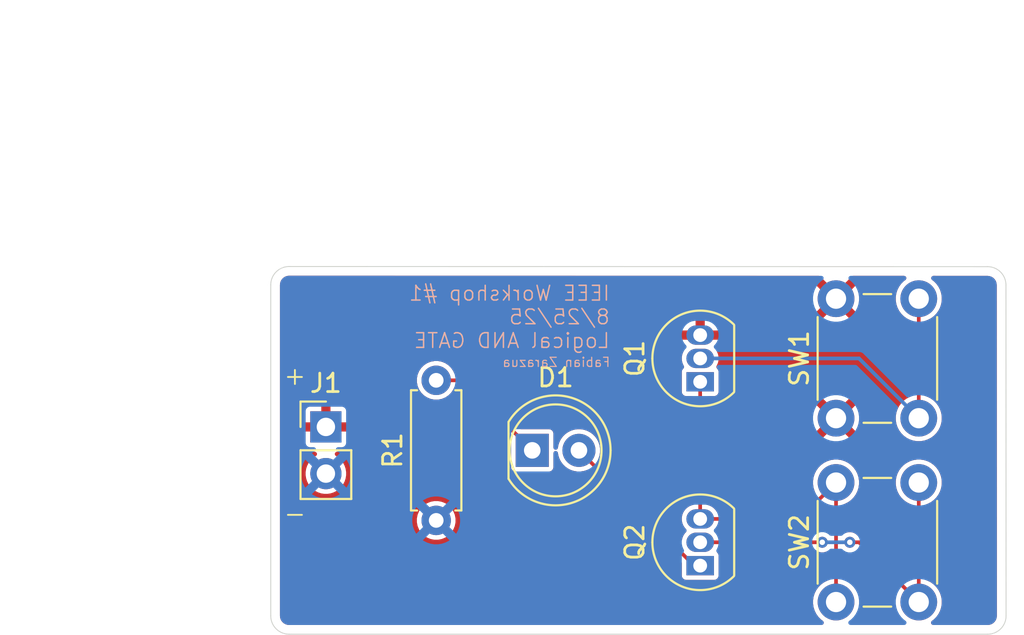
<source format=kicad_pcb>
(kicad_pcb (version 20241229) (generator "pcbnew") (generator_version "9.0")
  (layers (0 "F.Cu" signal) (2 "B.Cu" signal) (13 "F.Paste" user) (15 "B.Paste" user) (5 "F.SilkS" user "F.Silkscreen") (7 "B.SilkS" user "B.Silkscreen") (1 "F.Mask" user) (3 "B.Mask" user) (25 "Edge.Cuts" user))
  (net 0 "")
  (net 1 "Net-(D1-A)")
  (net 2 "GNDREF")
  (net 3 "+5V")
  (net 4 "Net-(Q1-B)")
  (net 5 "Net-(Q1-E)")
  (net 6 "Net-(D1-K)")
  (net 7 "Net-(Q2-B)")
  (footprint "Button_Switch_THT:SW_PUSH_6mm" (layer "F.Cu") (at 166.75 88.25 90)
    (property "Reference" "SW2" (at 3.25 -2 90) (layer "F.SilkS"))
    (property "Value" "SW_Push")
    (fp_line (start 5.5 -1) (end 1 -1) (stroke (width 0.12)) (layer "F.SilkS"))
    (fp_line (start -0.25 1.5) (end -0.25 3) (stroke (width 0.12)) (layer "F.SilkS"))
    (fp_line (start 6.75 3) (end 6.75 1.5) (stroke (width 0.12)) (layer "F.SilkS"))
    (fp_line (start 1 5.5) (end 5.5 5.5) (stroke (width 0.12)) (layer "F.SilkS"))
    (pad "1" thru_hole circle (at 0 0 180) (size 2 2) (drill 1.1) (layers "*.Cu" "*.Mask") (net 5 "Net-(Q1-E)"))
    (pad "1" thru_hole circle (at 6.5 0 180) (size 2 2) (drill 1.1) (layers "*.Cu" "*.Mask") (net 5 "Net-(Q1-E)"))
    (pad "2" thru_hole circle (at 0 4.5 180) (size 2 2) (drill 1.1) (layers "*.Cu" "*.Mask") (net 7 "Net-(Q2-B)"))
    (pad "2" thru_hole circle (at 6.5 4.5 180) (size 2 2) (drill 1.1) (layers "*.Cu" "*.Mask") (net 7 "Net-(Q2-B)"))
  )
  (footprint "Button_Switch_THT:SW_PUSH_6mm" (layer "F.Cu") (at 166.75 78.25 90)
    (property "Reference" "SW1" (at 3.25 -2 90) (layer "F.SilkS"))
    (property "Value" "SW_Push")
    (fp_line (start 5.5 -1) (end 1 -1) (stroke (width 0.12)) (layer "F.SilkS"))
    (fp_line (start -0.25 1.5) (end -0.25 3) (stroke (width 0.12)) (layer "F.SilkS"))
    (fp_line (start 6.75 3) (end 6.75 1.5) (stroke (width 0.12)) (layer "F.SilkS"))
    (fp_line (start 1 5.5) (end 5.5 5.5) (stroke (width 0.12)) (layer "F.SilkS"))
    (pad "1" thru_hole circle (at 0 0 180) (size 2 2) (drill 1.1) (layers "*.Cu" "*.Mask") (net 3 "+5V"))
    (pad "1" thru_hole circle (at 6.5 0 180) (size 2 2) (drill 1.1) (layers "*.Cu" "*.Mask") (net 3 "+5V"))
    (pad "2" thru_hole circle (at 0 4.5 180) (size 2 2) (drill 1.1) (layers "*.Cu" "*.Mask") (net 4 "Net-(Q1-B)"))
    (pad "2" thru_hole circle (at 6.5 4.5 180) (size 2 2) (drill 1.1) (layers "*.Cu" "*.Mask") (net 4 "Net-(Q1-B)"))
  )
  (footprint "Resistor_THT:R_Axial_DIN0207_L6.3mm_D2.5mm_P7.62mm_Horizontal" (layer "F.Cu") (at 145 83.81 90)
    (property "Reference" "R1" (at 3.81 -2.37 90) (layer "F.SilkS"))
    (property "Value" "100")
    (fp_line (start 7.08 -1.37) (end 7.08 -1.04) (stroke (width 0.12)) (layer "F.SilkS"))
    (fp_line (start 0.54 -1.37) (end 7.08 -1.37) (stroke (width 0.12)) (layer "F.SilkS"))
    (fp_line (start 0.54 -1.04) (end 0.54 -1.37) (stroke (width 0.12)) (layer "F.SilkS"))
    (fp_line (start 0.54 1.04) (end 0.54 1.37) (stroke (width 0.12)) (layer "F.SilkS"))
    (fp_line (start 7.08 1.37) (end 7.08 1.04) (stroke (width 0.12)) (layer "F.SilkS"))
    (fp_line (start 0.54 1.37) (end 7.08 1.37) (stroke (width 0.12)) (layer "F.SilkS"))
    (pad "1" thru_hole circle (at 0 0 90) (size 1.6 1.6) (drill 0.8) (layers "*.Cu" "*.Mask") (net 2 "GNDREF"))
    (pad "2" thru_hole circle (at 7.62 0 90) (size 1.6 1.6) (drill 0.8) (layers "*.Cu" "*.Mask") (net 6 "Net-(D1-K)"))
  )
  (footprint "Package_TO_SOT_THT:TO-92_Inline" (layer "F.Cu") (at 159.36 76.27 90)
    (property "Reference" "Q1" (at 1.27 -3.56 90) (layer "F.SilkS"))
    (property "Value" "2N3904")
    (fp_line (start -0.53 1.85) (end 3.07 1.85) (stroke (width 0.12)) (layer "F.SilkS"))
    (fp_arc (start 1.27 -2.6) (mid 3.672087 -0.994977) (end 3.108478 1.838478) (stroke (width 0.12)) (layer "F.SilkS"))
    (fp_arc (start -0.568478 1.838478) (mid -1.132087 -0.994977) (end 1.27 -2.6) (stroke (width 0.12)) (layer "F.SilkS"))
    (pad "1" thru_hole rect (at 0 0 90) (size 1.05 1.5) (drill 0.75) (layers "*.Cu" "*.Mask") (net 5 "Net-(Q1-E)"))
    (pad "2" thru_hole oval (at 1.27 0 90) (size 1.05 1.5) (drill 0.75) (layers "*.Cu" "*.Mask") (net 4 "Net-(Q1-B)"))
    (pad "3" thru_hole oval (at 2.54 0 90) (size 1.05 1.5) (drill 0.75) (layers "*.Cu" "*.Mask") (net 3 "+5V"))
  )
  (footprint "LED_THT:LED_D5.0mm" (layer "F.Cu") (at 150.225 80)
    (property "Reference" "D1" (at 1.27 -3.96 0) (layer "F.SilkS"))
    (property "Value" "RED")
    (fp_line (start -1.29 -1.545) (end -1.29 1.545) (stroke (width 0.12)) (layer "F.SilkS"))
    (fp_arc (start -1.29 -1.54483) (mid 2.071779 -2.880495) (end 4.26 0) (stroke (width 0.12)) (layer "F.SilkS"))
    (fp_arc (start 4.26 0) (mid 2.071779 2.880495) (end -1.29 1.54483) (stroke (width 0.12)) (layer "F.SilkS"))
    (fp_circle (center 1.27 0) (end 3.77 0) (stroke (width 0.12)) (fill no) (layer "F.SilkS"))
    (pad "1" thru_hole rect (at 0 0) (size 1.8 1.8) (drill 0.9) (layers "*.Cu" "*.Mask") (net 6 "Net-(D1-K)"))
    (pad "2" thru_hole circle (at 2.54 0) (size 1.8 1.8) (drill 0.9) (layers "*.Cu" "*.Mask") (net 1 "Net-(D1-A)"))
  )
  (footprint "Package_TO_SOT_THT:TO-92_Inline" (layer "F.Cu") (at 159.36 86.27 90)
    (property "Reference" "Q2" (at 1.27 -3.56 90) (layer "F.SilkS"))
    (property "Value" "2N3904")
    (fp_line (start -0.53 1.85) (end 3.07 1.85) (stroke (width 0.12)) (layer "F.SilkS"))
    (fp_arc (start 1.27 -2.6) (mid 3.672087 -0.994977) (end 3.108478 1.838478) (stroke (width 0.12)) (layer "F.SilkS"))
    (fp_arc (start -0.568478 1.838478) (mid -1.132087 -0.994977) (end 1.27 -2.6) (stroke (width 0.12)) (layer "F.SilkS"))
    (pad "1" thru_hole rect (at 0 0 90) (size 1.05 1.5) (drill 0.75) (layers "*.Cu" "*.Mask") (net 1 "Net-(D1-A)"))
    (pad "2" thru_hole oval (at 1.27 0 90) (size 1.05 1.5) (drill 0.75) (layers "*.Cu" "*.Mask") (net 7 "Net-(Q2-B)"))
    (pad "3" thru_hole oval (at 2.54 0 90) (size 1.05 1.5) (drill 0.75) (layers "*.Cu" "*.Mask") (net 5 "Net-(Q1-E)"))
  )
  (footprint "Connector_PinHeader_2.54mm:PinHeader_1x02_P2.54mm_Vertical" (layer "F.Cu") (at 139 78.725)
    (property "Reference" "J1" (at 0 -2.38 0) (layer "F.SilkS"))
    (property "Value" "Conn_01x02_Pin")
    (fp_line (start -1.38 -1.38) (end 0 -1.38) (stroke (width 0.12)) (layer "F.SilkS"))
    (fp_line (start -1.38 0) (end -1.38 -1.38) (stroke (width 0.12)) (layer "F.SilkS"))
    (fp_line (start -1.38 1.27) (end -1.38 3.92) (stroke (width 0.12)) (layer "F.SilkS"))
    (fp_line (start -1.38 1.27) (end 1.38 1.27) (stroke (width 0.12)) (layer "F.SilkS"))
    (fp_line (start -1.38 3.92) (end 1.38 3.92) (stroke (width 0.12)) (layer "F.SilkS"))
    (fp_line (start 1.38 1.27) (end 1.38 3.92) (stroke (width 0.12)) (layer "F.SilkS"))
    (pad "1" thru_hole rect (at 0 0) (size 1.7 1.7) (drill 1) (layers "*.Cu" "*.Mask") (net 3 "+5V"))
    (pad "2" thru_hole circle (at 0 2.54) (size 1.7 1.7) (drill 1) (layers "*.Cu" "*.Mask") (net 2 "GNDREF"))
  )
  (gr_arc (start 137 90) (mid 136.292893 89.707107) (end 136 89) (stroke (width 0.05)) (layer "Edge.Cuts"))
  (gr_line (start 175 90) (end 137 90) (stroke (width 0.05)) (layer "Edge.Cuts"))
  (gr_arc (start 136 71) (mid 136.292893 70.292893) (end 137 70) (stroke (width 0.05)) (layer "Edge.Cuts"))
  (gr_arc (start 174.992893 70.007107) (mid 175.7 70.3) (end 175.992893 71.007107) (stroke (width 0.05)) (layer "Edge.Cuts"))
  (gr_line (start 174.992893 70.007107) (end 137 70) (stroke (width 0.05)) (layer "Edge.Cuts"))
  (gr_line (start 175.992893 71.007107) (end 176 89) (stroke (width 0.05)) (layer "Edge.Cuts"))
  (gr_line (start 136 89) (end 136 71) (stroke (width 0.05)) (layer "Edge.Cuts"))
  (gr_arc (start 176 89) (mid 175.707107 89.707107) (end 175 90) (stroke (width 0.05)) (layer "Edge.Cuts"))
  (gr_text "-" (at 138 83 180) (layer "F.SilkS") (effects (font (size 1 1) (thickness 0.1)) (justify left bottom)))
  (gr_text "+" (at 138 75.5 180) (layer "F.SilkS") (effects (font (size 1 1) (thickness 0.1)) (justify left bottom)))
  (gr_text "IEEE Workshop #1\n8/25/25\nLogical AND GATE" (at 154.5 74.5 0) (layer "B.SilkS") (effects (font (size 0.8 0.8) (thickness 0.08)) (justify left bottom mirror)))
  (gr_text "Fabian Zarazua" (at 154.5 75.5 0) (layer "B.SilkS") (effects (font (size 0.5 0.5) (thickness 0.0625)) (justify left bottom mirror)))
  (segment (start 159.035 86.27) (end 159.36 86.27) (width 0.2) (layer "F.Cu") (net 1))
  (segment (start 152.765 80) (end 159.035 86.27) (width 0.2) (layer "F.Cu") (net 1))
  (segment (start 171.25 78.25) (end 171.25 71.75) (width 0.2) (layer "F.Cu") (net 4))
  (segment (start 168 75) (end 171.25 78.25) (width 0.2) (layer "B.Cu") (net 4))
  (segment (start 159.36 75) (end 168 75) (width 0.2) (layer "B.Cu") (net 4))
  (segment (start 166.75 81.75) (end 164.77 83.73) (width 0.2) (layer "F.Cu") (net 5))
  (segment (start 159.36 83.73) (end 159.36 76.27) (width 0.2) (layer "F.Cu") (net 5))
  (segment (start 166.75 88.25) (end 166.75 81.75) (width 0.2) (layer "F.Cu") (net 5))
  (segment (start 164.77 83.73) (end 159.36 83.73) (width 0.2) (layer "F.Cu") (net 5))
  (segment (start 146.415 76.19) (end 150.225 80) (width 0.2) (layer "F.Cu") (net 6))
  (segment (start 145 76.19) (end 146.415 76.19) (width 0.2) (layer "F.Cu") (net 6))
  (segment (start 166 85) (end 159.36 85) (width 0.2) (layer "F.Cu") (net 7))
  (segment (start 171.25 88.25) (end 168 85) (width 0.2) (layer "F.Cu") (net 7))
  (segment (start 171.25 88.25) (end 171.25 81.75) (width 0.2) (layer "F.Cu") (net 7))
  (segment (start 168 85) (end 167.5 85) (width 0.2) (layer "F.Cu") (net 7))
  (via (at 166 85) (size 0.6) (drill 0.3) (layers "F.Cu" "B.Cu") (net 7))
  (via (at 167.5 85) (size 0.6) (drill 0.3) (layers "F.Cu" "B.Cu") (net 7))
  (segment (start 167.5 85) (end 166 85) (width 0.2) (layer "B.Cu") (net 7))
  (zone (net 3) (net_name "+5V") (layer "F.Cu") (connect_pads (clearance 0.25)) (min_thickness 0.25) (fill yes (thermal_gap 0.5) (thermal_bridge_width 0.5))
    (polygon (pts (xy 136 70) (xy 177 70) (xy 177 90) (xy 136 90)))
  )
  (zone (net 2) (net_name "GNDREF") (layer "B.Cu") (priority 1) (connect_pads (clearance 0.25)) (min_thickness 0.25) (fill yes (thermal_gap 0.5) (thermal_bridge_width 0.5))
    (polygon (pts (xy 135.5 70) (xy 176.5 70) (xy 176.5 90) (xy 135.5 90)))
  )
)
</source>
